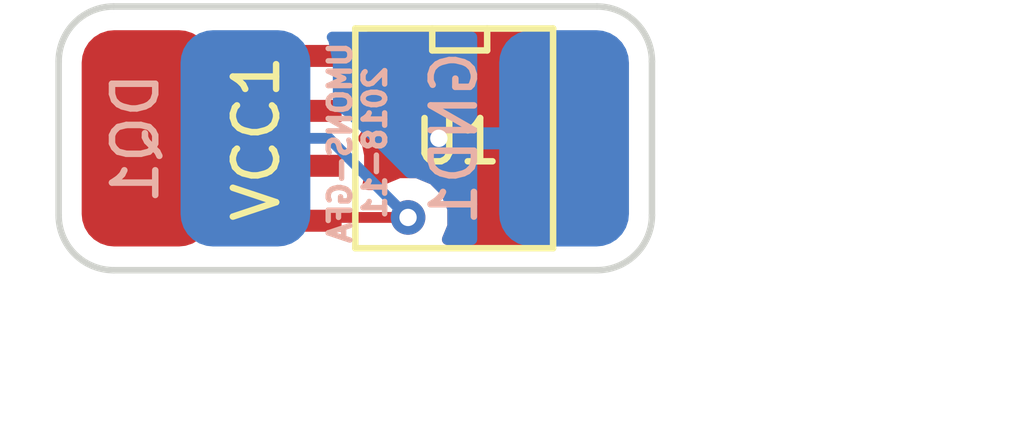
<source format=kicad_pcb>
(kicad_pcb (version 20171130) (host pcbnew 5.0.1-33cea8e~68~ubuntu18.04.1)

  (general
    (thickness 1.6)
    (drawings 11)
    (tracks 15)
    (zones 0)
    (modules 4)
    (nets 4)
  )

  (page A4)
  (layers
    (0 F.Cu signal)
    (31 B.Cu signal)
    (32 B.Adhes user)
    (33 F.Adhes user)
    (34 B.Paste user)
    (35 F.Paste user)
    (36 B.SilkS user)
    (37 F.SilkS user hide)
    (38 B.Mask user)
    (39 F.Mask user)
    (40 Dwgs.User user)
    (41 Cmts.User user)
    (42 Eco1.User user)
    (43 Eco2.User user)
    (44 Edge.Cuts user)
    (45 Margin user)
    (46 B.CrtYd user)
    (47 F.CrtYd user)
    (48 B.Fab user hide)
    (49 F.Fab user)
  )

  (setup
    (last_trace_width 0.25)
    (trace_clearance 0.2)
    (zone_clearance 0.508)
    (zone_45_only no)
    (trace_min 0.2)
    (segment_width 0.2)
    (edge_width 0.15)
    (via_size 0.8)
    (via_drill 0.4)
    (via_min_size 0.4)
    (via_min_drill 0.3)
    (uvia_size 0.3)
    (uvia_drill 0.1)
    (uvias_allowed no)
    (uvia_min_size 0.2)
    (uvia_min_drill 0.1)
    (pcb_text_width 0.3)
    (pcb_text_size 1.5 1.5)
    (mod_edge_width 0.15)
    (mod_text_size 1 1)
    (mod_text_width 0.15)
    (pad_size 5 3)
    (pad_drill 0)
    (pad_to_mask_clearance 0.051)
    (solder_mask_min_width 0.25)
    (aux_axis_origin 0 0)
    (visible_elements FFFFFF7F)
    (pcbplotparams
      (layerselection 0x010fc_ffffffff)
      (usegerberextensions false)
      (usegerberattributes false)
      (usegerberadvancedattributes false)
      (creategerberjobfile false)
      (excludeedgelayer true)
      (linewidth 0.100000)
      (plotframeref false)
      (viasonmask false)
      (mode 1)
      (useauxorigin false)
      (hpglpennumber 1)
      (hpglpenspeed 20)
      (hpglpendiameter 15.000000)
      (psnegative false)
      (psa4output false)
      (plotreference true)
      (plotvalue true)
      (plotinvisibletext false)
      (padsonsilk false)
      (subtractmaskfromsilk false)
      (outputformat 1)
      (mirror false)
      (drillshape 0)
      (scaleselection 1)
      (outputdirectory "gerber/"))
  )

  (net 0 "")
  (net 1 DQ)
  (net 2 GND)
  (net 3 VCC)

  (net_class Default "This is the default net class."
    (clearance 0.2)
    (trace_width 0.25)
    (via_dia 0.8)
    (via_drill 0.4)
    (uvia_dia 0.3)
    (uvia_drill 0.1)
    (add_net DQ)
    (add_net GND)
    (add_net VCC)
  )

  (module "kicad-gfa local:SOIC-8-N" (layer F.Cu) (tedit 568BC9FB) (tstamp 5BF40E0C)
    (at 100.076 100.076 270)
    (descr "Module Narrow CMS SOJ 8 pins large")
    (tags "CMS SOJ")
    (path /5BF2C05C)
    (attr smd)
    (fp_text reference U1 (at 0.076 -0.076) (layer F.SilkS)
      (effects (font (size 1 1) (thickness 0.15)))
    )
    (fp_text value DS18B20Z (at 0 1.27 270) (layer F.Fab) hide
      (effects (font (size 1 1) (thickness 0.15)))
    )
    (fp_line (start -2.54 -2.286) (end 2.54 -2.286) (layer F.SilkS) (width 0.15))
    (fp_line (start 2.54 -2.286) (end 2.54 2.286) (layer F.SilkS) (width 0.15))
    (fp_line (start 2.54 2.286) (end -2.54 2.286) (layer F.SilkS) (width 0.15))
    (fp_line (start -2.54 2.286) (end -2.54 -2.286) (layer F.SilkS) (width 0.15))
    (fp_line (start -2.54 -0.762) (end -2.032 -0.762) (layer F.SilkS) (width 0.15))
    (fp_line (start -2.032 -0.762) (end -2.032 0.508) (layer F.SilkS) (width 0.15))
    (fp_line (start -2.032 0.508) (end -2.54 0.508) (layer F.SilkS) (width 0.15))
    (pad 8 smd rect (at -1.905 -3.175 270) (size 0.508 1.143) (layers F.Cu F.Paste F.Mask))
    (pad 7 smd rect (at -0.635 -3.175 270) (size 0.508 1.143) (layers F.Cu F.Paste F.Mask))
    (pad 6 smd rect (at 0.635 -3.175 270) (size 0.508 1.143) (layers F.Cu F.Paste F.Mask))
    (pad 5 smd rect (at 1.905 -3.175 270) (size 0.508 1.143) (layers F.Cu F.Paste F.Mask)
      (net 2 GND))
    (pad 4 smd rect (at 1.905 3.175 270) (size 0.508 1.143) (layers F.Cu F.Paste F.Mask)
      (net 1 DQ))
    (pad 3 smd rect (at 0.635 3.175 270) (size 0.508 1.143) (layers F.Cu F.Paste F.Mask)
      (net 3 VCC))
    (pad 2 smd rect (at -0.635 3.175 270) (size 0.508 1.143) (layers F.Cu F.Paste F.Mask))
    (pad 1 smd rect (at -1.905 3.175 270) (size 0.508 1.143) (layers F.Cu F.Paste F.Mask))
    (model SMD_Packages.3dshapes/SOIC-8-N.wrl
      (at (xyz 0 0 0))
      (scale (xyz 0.5 0.38 0.5))
      (rotate (xyz 0 0 0))
    )
  )

  (module project_footprints:PAD3mmx5mm (layer B.Cu) (tedit 5BF415DB) (tstamp 5BF4164D)
    (at 95.25 100.076 90)
    (path /5BF2C592)
    (fp_text reference DQ1 (at 0 -2.54 90) (layer B.SilkS)
      (effects (font (size 1 1) (thickness 0.15)) (justify mirror))
    )
    (fp_text value Pad (at 0 2.54 90) (layer B.Fab)
      (effects (font (size 1 1) (thickness 0.15)) (justify mirror))
    )
    (pad 1 smd roundrect (at 0 0 90) (size 5 3) (layers B.Cu B.Paste B.Mask) (roundrect_rratio 0.25)
      (net 1 DQ))
  )

  (module project_footprints:PAD3mmx5mm (layer B.Cu) (tedit 5BF415DB) (tstamp 5BF41651)
    (at 102.616 100.076 90)
    (path /5BF2C61E)
    (fp_text reference GND1 (at 0 -2.54 90) (layer B.SilkS)
      (effects (font (size 1 1) (thickness 0.15)) (justify mirror))
    )
    (fp_text value Pad (at 0 2.54 90) (layer B.Fab)
      (effects (font (size 1 1) (thickness 0.15)) (justify mirror))
    )
    (pad 1 smd roundrect (at 0 0 90) (size 5 3) (layers B.Cu B.Paste B.Mask) (roundrect_rratio 0.25)
      (net 2 GND))
  )

  (module project_footprints:PAD3mmx5mm (layer F.Cu) (tedit 5BF415DB) (tstamp 5BF41655)
    (at 92.964 100.076 90)
    (path /5BF2C5C0)
    (fp_text reference VCC1 (at 0 2.54 90) (layer F.SilkS)
      (effects (font (size 1 1) (thickness 0.15)))
    )
    (fp_text value Pad (at 0 -2.54 90) (layer F.Fab)
      (effects (font (size 1 1) (thickness 0.15)))
    )
    (pad 1 smd roundrect (at 0 0 90) (size 5 3) (layers F.Cu F.Paste F.Mask) (roundrect_rratio 0.25)
      (net 3 VCC))
  )

  (gr_text "UMONS-GFA\n2018-11" (at 97.8408 100.1776 90) (layer B.SilkS)
    (effects (font (size 0.5 0.5) (thickness 0.125)) (justify mirror))
  )
  (dimension 6.096 (width 0.3) (layer Dwgs.User)
    (gr_text "6.096 mm" (at 111.32 100.076 270) (layer Dwgs.User)
      (effects (font (size 1.5 1.5) (thickness 0.3)))
    )
    (feature1 (pts (xy 101.854 103.124) (xy 109.806421 103.124)))
    (feature2 (pts (xy 101.854 97.028) (xy 109.806421 97.028)))
    (crossbar (pts (xy 109.22 97.028) (xy 109.22 103.124)))
    (arrow1a (pts (xy 109.22 103.124) (xy 108.633579 101.997496)))
    (arrow1b (pts (xy 109.22 103.124) (xy 109.806421 101.997496)))
    (arrow2a (pts (xy 109.22 97.028) (xy 108.633579 98.154504)))
    (arrow2b (pts (xy 109.22 97.028) (xy 109.806421 98.154504)))
  )
  (dimension 13.716 (width 0.3) (layer Dwgs.User)
    (gr_text "13.716 mm" (at 97.79 108.018) (layer Dwgs.User)
      (effects (font (size 1.5 1.5) (thickness 0.3)))
    )
    (feature1 (pts (xy 104.648 101.092) (xy 104.648 106.504421)))
    (feature2 (pts (xy 90.932 101.092) (xy 90.932 106.504421)))
    (crossbar (pts (xy 90.932 105.918) (xy 104.648 105.918)))
    (arrow1a (pts (xy 104.648 105.918) (xy 103.521496 106.504421)))
    (arrow1b (pts (xy 104.648 105.918) (xy 103.521496 105.331579)))
    (arrow2a (pts (xy 90.932 105.918) (xy 92.058504 106.504421)))
    (arrow2b (pts (xy 90.932 105.918) (xy 92.058504 105.331579)))
  )
  (gr_line (start 90.932 98.298) (end 90.932 101.854) (layer Edge.Cuts) (width 0.15))
  (gr_line (start 104.648 98.298) (end 104.648 101.854) (layer Edge.Cuts) (width 0.15))
  (gr_line (start 103.378 103.124) (end 92.202 103.124) (layer Edge.Cuts) (width 0.15))
  (gr_line (start 103.378 97.028) (end 92.202 97.028) (layer Edge.Cuts) (width 0.15))
  (gr_arc (start 103.378 98.298) (end 104.648 98.298) (angle -90) (layer Edge.Cuts) (width 0.15) (tstamp 5BF40C2C))
  (gr_arc (start 103.378 101.854) (end 103.378 103.124) (angle -90) (layer Edge.Cuts) (width 0.15) (tstamp 5BF40C1A))
  (gr_arc (start 92.202 101.854) (end 90.932 101.854) (angle -90) (layer Edge.Cuts) (width 0.15) (tstamp 5BF40BD9))
  (gr_arc (start 92.202 98.298) (end 92.202 97.028) (angle -90) (layer Edge.Cuts) (width 0.15))

  (via (at 99.0092 101.9048) (size 0.8) (drill 0.4) (layers F.Cu B.Cu) (net 1))
  (segment (start 95.25 100.076) (end 97.1804 100.076) (width 0.25) (layer B.Cu) (net 1))
  (segment (start 97.1804 100.076) (end 99.0092 101.9048) (width 0.25) (layer B.Cu) (net 1))
  (segment (start 96.9772 101.9048) (end 96.901 101.981) (width 0.25) (layer F.Cu) (net 1))
  (segment (start 99.0092 101.9048) (end 96.9772 101.9048) (width 0.25) (layer F.Cu) (net 1))
  (via (at 99.7204 100.076) (size 0.8) (drill 0.4) (layers F.Cu B.Cu) (net 2))
  (segment (start 102.616 100.076) (end 99.7204 100.076) (width 0.25) (layer B.Cu) (net 2))
  (segment (start 102.4295 101.981) (end 103.251 101.981) (width 0.25) (layer F.Cu) (net 2))
  (segment (start 101.059715 101.981) (end 102.4295 101.981) (width 0.25) (layer F.Cu) (net 2))
  (segment (start 99.7204 100.641685) (end 101.059715 101.981) (width 0.25) (layer F.Cu) (net 2))
  (segment (start 99.7204 100.076) (end 99.7204 100.641685) (width 0.25) (layer F.Cu) (net 2))
  (segment (start 94.564 100.076) (end 95.2244 100.7364) (width 0.25) (layer F.Cu) (net 3))
  (segment (start 92.964 100.076) (end 94.564 100.076) (width 0.25) (layer F.Cu) (net 3))
  (segment (start 95.2498 100.711) (end 96.901 100.711) (width 0.25) (layer F.Cu) (net 3))
  (segment (start 95.2244 100.7364) (end 95.2498 100.711) (width 0.25) (layer F.Cu) (net 3))

  (zone (net 2) (net_name GND) (layer F.Cu) (tstamp 0) (hatch edge 0.508)
    (connect_pads (clearance 0.508))
    (min_thickness 0.254)
    (fill yes (arc_segments 16) (thermal_gap 0.508) (thermal_bridge_width 0.508))
    (polygon
      (pts
        (xy 98.552 97.536) (xy 103.632 97.536) (xy 104.14 97.536) (xy 104.14 102.616) (xy 91.44 102.616)
        (xy 91.44 97.536)
      )
    )
    (filled_polygon
      (pts
        (xy 102.03206 97.917) (xy 102.03206 98.425) (xy 102.081343 98.672765) (xy 102.170368 98.806) (xy 102.081343 98.939235)
        (xy 102.03206 99.187) (xy 102.03206 99.695) (xy 102.081343 99.942765) (xy 102.170368 100.076) (xy 102.081343 100.209235)
        (xy 102.03206 100.457) (xy 102.03206 100.965) (xy 102.081343 101.212765) (xy 102.167207 101.341268) (xy 102.141173 101.367302)
        (xy 102.0445 101.600691) (xy 102.0445 101.69525) (xy 102.20325 101.854) (xy 103.124 101.854) (xy 103.124 101.834)
        (xy 103.378 101.834) (xy 103.378 101.854) (xy 103.398 101.854) (xy 103.398 102.108) (xy 103.378 102.108)
        (xy 103.378 102.128) (xy 103.124 102.128) (xy 103.124 102.108) (xy 102.20325 102.108) (xy 102.0445 102.26675)
        (xy 102.0445 102.361309) (xy 102.066325 102.414) (xy 99.918559 102.414) (xy 100.0442 102.110674) (xy 100.0442 101.698926)
        (xy 99.886631 101.31852) (xy 99.59548 101.027369) (xy 99.215074 100.8698) (xy 98.803326 100.8698) (xy 98.42292 101.027369)
        (xy 98.305489 101.1448) (xy 98.084176 101.1448) (xy 98.11994 100.965) (xy 98.11994 100.457) (xy 98.070657 100.209235)
        (xy 97.981632 100.076) (xy 98.070657 99.942765) (xy 98.11994 99.695) (xy 98.11994 99.187) (xy 98.070657 98.939235)
        (xy 97.981632 98.806) (xy 98.070657 98.672765) (xy 98.11994 98.425) (xy 98.11994 97.917) (xy 98.084335 97.738)
        (xy 102.067665 97.738)
      )
    )
  )
  (zone (net 2) (net_name GND) (layer B.Cu) (tstamp 5BF67F58) (hatch edge 0.508)
    (connect_pads (clearance 0.508))
    (min_thickness 0.254)
    (fill yes (arc_segments 16) (thermal_gap 0.508) (thermal_bridge_width 0.508))
    (polygon
      (pts
        (xy 98.552 97.536) (xy 103.632 97.536) (xy 104.14 97.536) (xy 104.14 102.616) (xy 91.44 102.616)
        (xy 91.44 97.536)
      )
    )
    (filled_polygon
      (pts
        (xy 100.481 99.79025) (xy 100.63975 99.949) (xy 102.489 99.949) (xy 102.489 99.929) (xy 102.743 99.929)
        (xy 102.743 99.949) (xy 102.763 99.949) (xy 102.763 100.203) (xy 102.743 100.203) (xy 102.743 100.223)
        (xy 102.489 100.223) (xy 102.489 100.203) (xy 100.63975 100.203) (xy 100.481 100.36175) (xy 100.481 102.414)
        (xy 99.918559 102.414) (xy 100.0442 102.110674) (xy 100.0442 101.698926) (xy 99.886631 101.31852) (xy 99.59548 101.027369)
        (xy 99.215074 100.8698) (xy 99.049002 100.8698) (xy 97.770731 99.59153) (xy 97.728329 99.528071) (xy 97.476937 99.360096)
        (xy 97.39744 99.344283) (xy 97.39744 98.326) (xy 97.291066 97.791223) (xy 97.255504 97.738) (xy 100.481 97.738)
      )
    )
  )
)

</source>
